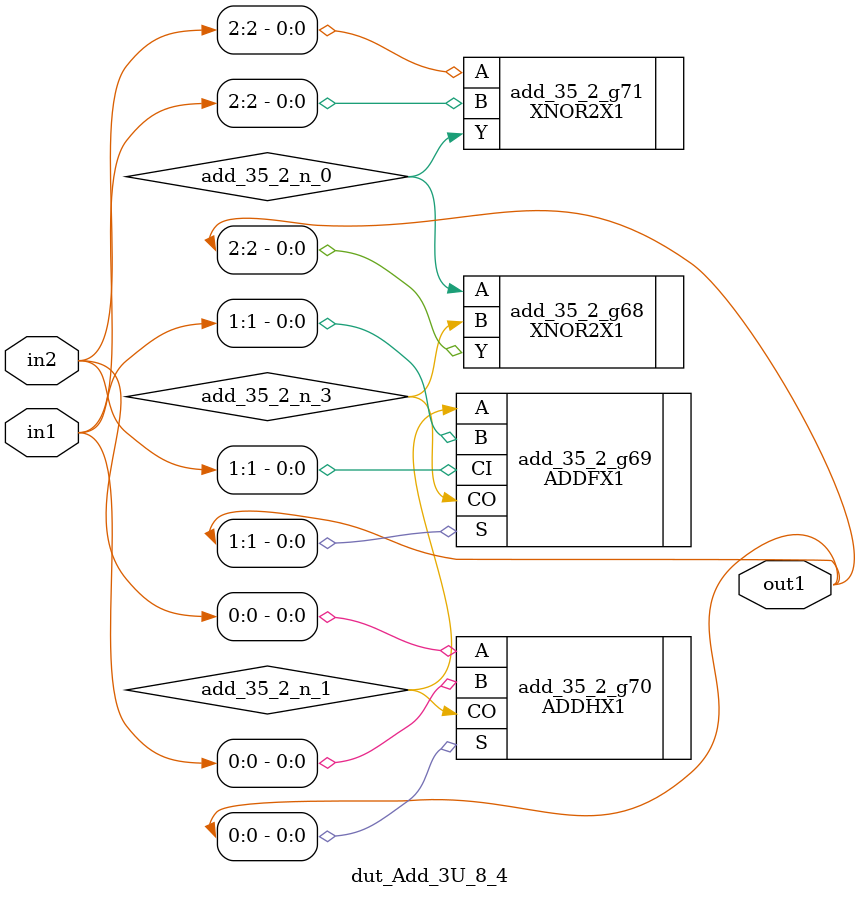
<source format=v>
`timescale 1ps / 1ps


module dut_Add_3U_8_4(in2, in1, out1);
  input [2:0] in2, in1;
  output [2:0] out1;
  wire [2:0] in2, in1;
  wire [2:0] out1;
  wire add_35_2_n_0, add_35_2_n_1, add_35_2_n_3;
  XNOR2X1 add_35_2_g68(.A (add_35_2_n_0), .B (add_35_2_n_3), .Y
       (out1[2]));
  ADDFX1 add_35_2_g69(.A (add_35_2_n_1), .B (in1[1]), .CI (in2[1]), .CO
       (add_35_2_n_3), .S (out1[1]));
  ADDHX1 add_35_2_g70(.A (in2[0]), .B (in1[0]), .CO (add_35_2_n_1), .S
       (out1[0]));
  XNOR2X1 add_35_2_g71(.A (in2[2]), .B (in1[2]), .Y (add_35_2_n_0));
endmodule


</source>
